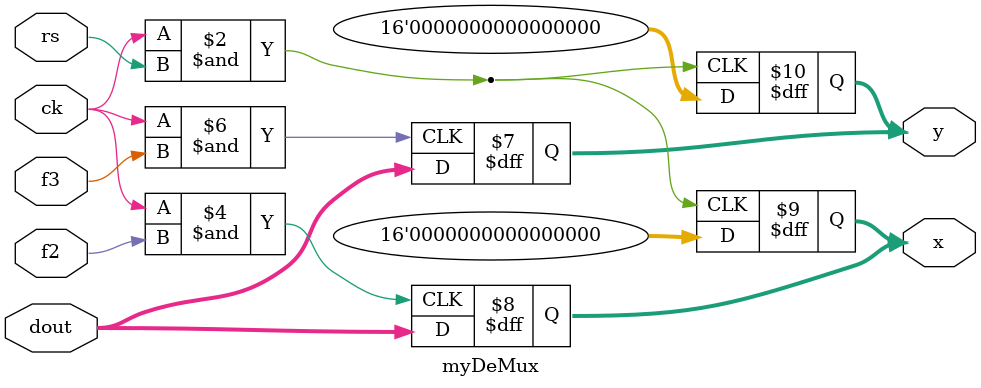
<source format=v>
`timescale 1ns / 1ps


module myDeMux(
    input rs,
    input ck,//NbNM
    input f2,f3,
    output reg[15:0] x,y,
    input [15:0] dout
    );
    
    always @ (posedge ck & rs) begin x <= 16'h0; y<= 16'h0; end //WX^t@CÉ«Þ
    always @ (negedge ck & f2) begin x <= dout; end //oÍæÌIð
    always @ (negedge ck & f3) begin y <= dout; end //oÍæÌIð
    
    
endmodule

</source>
